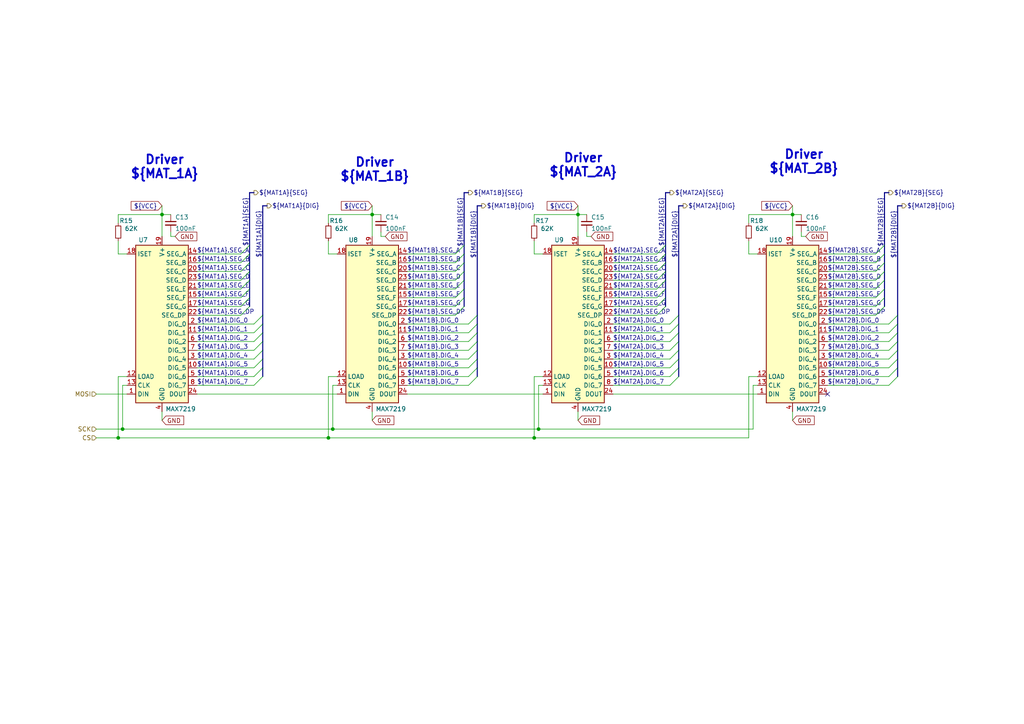
<source format=kicad_sch>
(kicad_sch (version 20250114) (generator "eeschema") (generator_version "9.0")
  (paper "A4")
  (title_block (title "Kitchen_Timer - ${SHEETNAME}") (date "2025-01-25") (rev "v01") (comment 2 "creativecommons.org/licences/4.0/") (comment 3 "Licence: CC BY 4.0") (comment 4 "Author: Nicolas Perozzi"))
  (lib_symbols
    (symbol "Device:C_Small" (pin_numbers (hide yes)) (pin_names (offset 0.254) (hide yes))
      (property "Reference" "C" (at 0.254 1.778 0))
      (property "Value" "C_Small" (at 0.254 -2.032 0))
      (symbol "C_Small_0_1"
        (polyline (pts (xy -1.524 0.508) (xy 1.524 0.508)) (stroke (width 0.3048)))
        (polyline (pts (xy -1.524 -0.508) (xy 1.524 -0.508)) (stroke (width 0.3302)))
      )
      (symbol "C_Small_1_1"
        (pin passive line (at 0 2.54 270) (length 2.032) (name "~") (number "1"))
        (pin passive line (at 0 -2.54 90) (length 2.032) (name "~") (number "2"))
      )
    )
    (symbol "Device:R_Small" (pin_numbers (hide yes)) (pin_names (offset 0.254) (hide yes))
      (property "Reference" "R" (at 0.762 0.508 0))
      (property "Value" "R_Small" (at 0.762 -1.016 0))
      (symbol "R_Small_0_1"
        (rectangle (start -0.762 1.778) (end 0.762 -1.778) (stroke (width 0.2032)))
      )
      (symbol "R_Small_1_1"
        (pin passive line (at 0 2.54 270) (length 0.762) (name "~") (number "1"))
        (pin passive line (at 0 -2.54 90) (length 0.762) (name "~") (number "2"))
      )
    )
    (symbol "Driver_LED:MAX7219"
      (property "Reference" "U" (at -6.35 24.13 0))
      (property "Value" "MAX7219" (at 1.27 25.4 0))
      (symbol "MAX7219_0_1"
        (rectangle (start -7.62 22.86) (end 7.62 -22.86) (stroke (width 0.254)) (fill (type background)))
      )
      (symbol "MAX7219_1_1"
        (pin input line (at -10.16 20.32 0) (length 2.54) (name "ISET") (number "18"))
        (pin input line (at -10.16 -15.24 0) (length 2.54) (name "LOAD") (number "12"))
        (pin input line (at -10.16 -17.78 0) (length 2.54) (name "CLK") (number "13"))
        (pin input line (at -10.16 -20.32 0) (length 2.54) (name "DIN") (number "1"))
        (pin power_in line (at 0 25.4 270) (length 2.54) (name "V+") (number "19"))
        (pin power_in line (at 0 -25.4 90) (length 2.54) (name "GND") (number "4"))
        (pin passive line (at 0 -25.4 90) (length 2.54) (hide yes) (name "GND") (number "9"))
        (pin output line (at 10.16 20.32 180) (length 2.54) (name "SEG_A") (number "14"))
        (pin output line (at 10.16 17.78 180) (length 2.54) (name "SEG_B") (number "16"))
        (pin output line (at 10.16 15.24 180) (length 2.54) (name "SEG_C") (number "20"))
        (pin output line (at 10.16 12.7 180) (length 2.54) (name "SEG_D") (number "23"))
        (pin output line (at 10.16 10.16 180) (length 2.54) (name "SEG_E") (number "21"))
        (pin output line (at 10.16 7.62 180) (length 2.54) (name "SEG_F") (number "15"))
        (pin output line (at 10.16 5.08 180) (length 2.54) (name "SEG_G") (number "17"))
        (pin output line (at 10.16 2.54 180) (length 2.54) (name "SEG_DP") (number "22"))
        (pin output line (at 10.16 0 180) (length 2.54) (name "DIG_0") (number "2"))
        (pin output line (at 10.16 -2.54 180) (length 2.54) (name "DIG_1") (number "11"))
        (pin output line (at 10.16 -5.08 180) (length 2.54) (name "DIG_2") (number "6"))
        (pin output line (at 10.16 -7.62 180) (length 2.54) (name "DIG_3") (number "7"))
        (pin output line (at 10.16 -10.16 180) (length 2.54) (name "DIG_4") (number "3"))
        (pin output line (at 10.16 -12.7 180) (length 2.54) (name "DIG_5") (number "10"))
        (pin output line (at 10.16 -15.24 180) (length 2.54) (name "DIG_6") (number "5"))
        (pin output line (at 10.16 -17.78 180) (length 2.54) (name "DIG_7") (number "8"))
        (pin output line (at 10.16 -20.32 180) (length 2.54) (name "DOUT") (number "24"))
      )
    )
  )
  (bus_alias "DIG" (members "DIG_0" "DIG_1" "DIG_2" "DIG_3" "DIG_4" "DIG_5" "DIG_6" "DIG_7"))
  (bus_alias "SEG" (members "SEG_DP" "SEG_A" "SEG_B" "SEG_C" "SEG_D" "SEG_E" "SEG_F" "SEG_G"))
  (text "Driver\n${MAT_2B}\n" (at 233.172 46.99 0) (effects (font (size 2.54 2.54) (thickness 0.508) (bold yes))))
  (text "Driver\n${MAT_1B}" (at 108.712 49.276 0) (effects (font (size 2.54 2.54) (thickness 0.508) (bold yes))))
  (text "${SHEETNAME}" (at 18.542 23.876 0) (effects (font (size 3.81 3.81) (thickness 0.762) (bold yes)) (justify left)))
  (text "Driver\n${MAT_1A}" (at 47.752 48.514 0) (effects (font (size 2.54 2.54) (thickness 0.508) (bold yes))))
  (text "Driver\n${MAT_2A}" (at 169.164 48.006 0) (effects (font (size 2.54 2.54) (thickness 0.508) (bold yes))))
  (junction (at 35.56 124.46))
  (junction (at 95.25 127))
  (junction (at 154.94 127))
  (junction (at 96.52 124.46))
  (junction (at 156.21 124.46))
  (junction (at 167.64 62.23))
  (junction (at 34.29 127))
  (junction (at 107.95 62.23))
  (junction (at 46.99 62.23))
  (junction (at 229.87 62.23))
  (no_connect (at 240.03 114.3))
  (bus_entry (at 76.2 99.06) (size -2.54 2.54))
  (bus_entry (at 196.85 106.68) (size -2.54 2.54))
  (bus_entry (at 76.2 106.68) (size -2.54 2.54))
  (bus_entry (at 76.2 104.14) (size -2.54 2.54))
  (bus_entry (at 72.39 78.74) (size -2.54 2.54))
  (bus_entry (at 134.62 83.82) (size -2.54 2.54))
  (bus_entry (at 72.39 83.82) (size -2.54 2.54))
  (bus_entry (at 72.39 73.66) (size -2.54 2.54))
  (bus_entry (at 72.39 76.2) (size -2.54 2.54))
  (bus_entry (at 134.62 78.74) (size -2.54 2.54))
  (bus_entry (at 76.2 93.98) (size -2.54 2.54))
  (bus_entry (at 256.54 88.9) (size -2.54 2.54))
  (bus_entry (at 260.35 93.98) (size -2.54 2.54))
  (bus_entry (at 72.39 88.9) (size -2.54 2.54))
  (bus_entry (at 196.85 109.22) (size -2.54 2.54))
  (bus_entry (at 256.54 73.66) (size -2.54 2.54))
  (bus_entry (at 256.54 86.36) (size -2.54 2.54))
  (bus_entry (at 260.35 96.52) (size -2.54 2.54))
  (bus_entry (at 260.35 91.44) (size -2.54 2.54))
  (bus_entry (at 138.43 96.52) (size -2.54 2.54))
  (bus_entry (at 193.04 76.2) (size -2.54 2.54))
  (bus_entry (at 134.62 71.12) (size -2.54 2.54))
  (bus_entry (at 138.43 91.44) (size -2.54 2.54))
  (bus_entry (at 138.43 93.98) (size -2.54 2.54))
  (bus_entry (at 193.04 88.9) (size -2.54 2.54))
  (bus_entry (at 193.04 78.74) (size -2.54 2.54))
  (bus_entry (at 260.35 104.14) (size -2.54 2.54))
  (bus_entry (at 193.04 81.28) (size -2.54 2.54))
  (bus_entry (at 256.54 83.82) (size -2.54 2.54))
  (bus_entry (at 138.43 106.68) (size -2.54 2.54))
  (bus_entry (at 256.54 81.28) (size -2.54 2.54))
  (bus_entry (at 256.54 71.12) (size -2.54 2.54))
  (bus_entry (at 134.62 76.2) (size -2.54 2.54))
  (bus_entry (at 138.43 104.14) (size -2.54 2.54))
  (bus_entry (at 134.62 88.9) (size -2.54 2.54))
  (bus_entry (at 260.35 99.06) (size -2.54 2.54))
  (bus_entry (at 134.62 81.28) (size -2.54 2.54))
  (bus_entry (at 134.62 86.36) (size -2.54 2.54))
  (bus_entry (at 138.43 101.6) (size -2.54 2.54))
  (bus_entry (at 138.43 109.22) (size -2.54 2.54))
  (bus_entry (at 193.04 86.36) (size -2.54 2.54))
  (bus_entry (at 260.35 106.68) (size -2.54 2.54))
  (bus_entry (at 134.62 73.66) (size -2.54 2.54))
  (bus_entry (at 193.04 71.12) (size -2.54 2.54))
  (bus_entry (at 196.85 93.98) (size -2.54 2.54))
  (bus_entry (at 72.39 86.36) (size -2.54 2.54))
  (bus_entry (at 76.2 109.22) (size -2.54 2.54))
  (bus_entry (at 193.04 73.66) (size -2.54 2.54))
  (bus_entry (at 256.54 78.74) (size -2.54 2.54))
  (bus_entry (at 196.85 96.52) (size -2.54 2.54))
  (bus_entry (at 196.85 101.6) (size -2.54 2.54))
  (bus_entry (at 76.2 101.6) (size -2.54 2.54))
  (bus_entry (at 260.35 101.6) (size -2.54 2.54))
  (bus_entry (at 196.85 99.06) (size -2.54 2.54))
  (bus_entry (at 260.35 109.22) (size -2.54 2.54))
  (bus_entry (at 76.2 91.44) (size -2.54 2.54))
  (bus_entry (at 196.85 91.44) (size -2.54 2.54))
  (bus_entry (at 193.04 83.82) (size -2.54 2.54))
  (bus_entry (at 72.39 81.28) (size -2.54 2.54))
  (bus_entry (at 196.85 104.14) (size -2.54 2.54))
  (bus_entry (at 76.2 96.52) (size -2.54 2.54))
  (bus_entry (at 72.39 71.12) (size -2.54 2.54))
  (bus_entry (at 138.43 99.06) (size -2.54 2.54))
  (bus_entry (at 256.54 76.2) (size -2.54 2.54))
  (wire (pts (xy 69.85 83.82) (xy 57.15 83.82)))
  (wire (pts (xy 190.5 83.82) (xy 177.8 83.82)))
  (bus (pts (xy 134.62 83.82) (xy 134.62 86.36)))
  (wire (pts (xy 232.41 68.58) (xy 233.68 68.58)))
  (wire (pts (xy 167.64 62.23) (xy 167.64 68.58)))
  (wire (pts (xy 217.17 62.23) (xy 229.87 62.23)))
  (wire (pts (xy 240.03 109.22) (xy 257.81 109.22)))
  (bus (pts (xy 193.04 86.36) (xy 193.04 88.9)))
  (wire (pts (xy 177.8 101.6) (xy 194.31 101.6)))
  (wire (pts (xy 156.21 111.76) (xy 156.21 124.46)))
  (bus (pts (xy 196.85 101.6) (xy 196.85 104.14)))
  (bus (pts (xy 260.35 104.14) (xy 260.35 106.68)))
  (wire (pts (xy 57.15 91.44) (xy 69.85 91.44)))
  (wire (pts (xy 35.56 111.76) (xy 36.83 111.76)))
  (bus (pts (xy 256.54 76.2) (xy 256.54 78.74)))
  (wire (pts (xy 177.8 96.52) (xy 194.31 96.52)))
  (bus (pts (xy 134.62 78.74) (xy 134.62 81.28)))
  (bus (pts (xy 193.04 81.28) (xy 193.04 83.82)))
  (bus (pts (xy 196.85 91.44) (xy 196.85 93.98)))
  (bus (pts (xy 76.2 101.6) (xy 76.2 104.14)))
  (wire (pts (xy 69.85 76.2) (xy 57.15 76.2)))
  (wire (pts (xy 218.44 124.46) (xy 218.44 111.76)))
  (bus (pts (xy 76.2 91.44) (xy 76.2 93.98)))
  (wire (pts (xy 95.25 127) (xy 95.25 109.22)))
  (wire (pts (xy 177.8 91.44) (xy 190.5 91.44)))
  (wire (pts (xy 254 73.66) (xy 240.03 73.66)))
  (bus (pts (xy 198.12 59.69) (xy 196.85 59.69)))
  (wire (pts (xy 217.17 127) (xy 217.17 109.22)))
  (wire (pts (xy 34.29 127) (xy 95.25 127)))
  (bus (pts (xy 138.43 91.44) (xy 138.43 93.98)))
  (wire (pts (xy 35.56 124.46) (xy 96.52 124.46)))
  (bus (pts (xy 261.62 59.69) (xy 260.35 59.69)))
  (wire (pts (xy 240.03 81.28) (xy 254 81.28)))
  (bus (pts (xy 76.2 93.98) (xy 76.2 96.52)))
  (bus (pts (xy 134.62 71.12) (xy 134.62 73.66)))
  (wire (pts (xy 177.8 93.98) (xy 194.31 93.98)))
  (wire (pts (xy 57.15 106.68) (xy 73.66 106.68)))
  (wire (pts (xy 240.03 88.9) (xy 254 88.9)))
  (wire (pts (xy 229.87 59.69) (xy 229.87 62.23)))
  (wire (pts (xy 240.03 104.14) (xy 257.81 104.14)))
  (wire (pts (xy 34.29 127) (xy 34.29 109.22)))
  (wire (pts (xy 107.95 62.23) (xy 107.95 68.58)))
  (wire (pts (xy 240.03 111.76) (xy 257.81 111.76)))
  (wire (pts (xy 96.52 111.76) (xy 97.79 111.76)))
  (wire (pts (xy 217.17 109.22) (xy 219.71 109.22)))
  (bus (pts (xy 72.39 83.82) (xy 72.39 86.36)))
  (wire (pts (xy 57.15 96.52) (xy 73.66 96.52)))
  (wire (pts (xy 190.5 76.2) (xy 177.8 76.2)))
  (wire (pts (xy 27.94 127) (xy 34.29 127)))
  (wire (pts (xy 49.53 68.58) (xy 50.8 68.58)))
  (wire (pts (xy 118.11 96.52) (xy 135.89 96.52)))
  (bus (pts (xy 135.89 55.88) (xy 134.62 55.88)))
  (wire (pts (xy 254 76.2) (xy 240.03 76.2)))
  (wire (pts (xy 232.41 68.58) (xy 232.41 67.31)))
  (wire (pts (xy 107.95 59.69) (xy 107.95 62.23)))
  (wire (pts (xy 118.11 99.06) (xy 135.89 99.06)))
  (bus (pts (xy 72.39 55.88) (xy 72.39 71.12)))
  (wire (pts (xy 69.85 73.66) (xy 57.15 73.66)))
  (bus (pts (xy 77.47 59.69) (xy 76.2 59.69)))
  (wire (pts (xy 154.94 69.85) (xy 154.94 73.66)))
  (bus (pts (xy 138.43 104.14) (xy 138.43 106.68)))
  (wire (pts (xy 240.03 78.74) (xy 254 78.74)))
  (wire (pts (xy 177.8 99.06) (xy 194.31 99.06)))
  (wire (pts (xy 118.11 111.76) (xy 135.89 111.76)))
  (bus (pts (xy 139.7 59.69) (xy 138.43 59.69)))
  (bus (pts (xy 256.54 86.36) (xy 256.54 88.9)))
  (bus (pts (xy 193.04 73.66) (xy 193.04 76.2)))
  (bus (pts (xy 196.85 99.06) (xy 196.85 101.6)))
  (wire (pts (xy 57.15 78.74) (xy 69.85 78.74)))
  (wire (pts (xy 57.15 109.22) (xy 73.66 109.22)))
  (wire (pts (xy 57.15 101.6) (xy 73.66 101.6)))
  (wire (pts (xy 190.5 86.36) (xy 177.8 86.36)))
  (bus (pts (xy 256.54 55.88) (xy 256.54 71.12)))
  (wire (pts (xy 34.29 73.66) (xy 36.83 73.66)))
  (bus (pts (xy 193.04 83.82) (xy 193.04 86.36)))
  (bus (pts (xy 72.39 71.12) (xy 72.39 73.66)))
  (wire (pts (xy 57.15 114.3) (xy 97.79 114.3)))
  (bus (pts (xy 193.04 78.74) (xy 193.04 81.28)))
  (wire (pts (xy 57.15 104.14) (xy 73.66 104.14)))
  (bus (pts (xy 196.85 106.68) (xy 196.85 109.22)))
  (wire (pts (xy 190.5 73.66) (xy 177.8 73.66)))
  (wire (pts (xy 132.08 76.2) (xy 118.11 76.2)))
  (wire (pts (xy 154.94 62.23) (xy 167.64 62.23)))
  (bus (pts (xy 76.2 106.68) (xy 76.2 109.22)))
  (wire (pts (xy 118.11 78.74) (xy 132.08 78.74)))
  (wire (pts (xy 46.99 121.92) (xy 46.99 119.38)))
  (wire (pts (xy 229.87 119.38) (xy 229.87 121.92)))
  (wire (pts (xy 170.18 68.58) (xy 171.45 68.58)))
  (wire (pts (xy 118.11 106.68) (xy 135.89 106.68)))
  (wire (pts (xy 57.15 88.9) (xy 69.85 88.9)))
  (bus (pts (xy 260.35 91.44) (xy 260.35 93.98)))
  (wire (pts (xy 154.94 73.66) (xy 157.48 73.66)))
  (wire (pts (xy 240.03 96.52) (xy 257.81 96.52)))
  (wire (pts (xy 177.8 81.28) (xy 190.5 81.28)))
  (wire (pts (xy 34.29 62.23) (xy 46.99 62.23)))
  (bus (pts (xy 196.85 96.52) (xy 196.85 99.06)))
  (wire (pts (xy 177.8 78.74) (xy 190.5 78.74)))
  (wire (pts (xy 118.11 109.22) (xy 135.89 109.22)))
  (wire (pts (xy 34.29 62.23) (xy 34.29 64.77)))
  (wire (pts (xy 118.11 104.14) (xy 135.89 104.14)))
  (wire (pts (xy 154.94 109.22) (xy 154.94 127)))
  (bus (pts (xy 138.43 99.06) (xy 138.43 101.6)))
  (bus (pts (xy 134.62 86.36) (xy 134.62 88.9)))
  (wire (pts (xy 170.18 62.23) (xy 167.64 62.23)))
  (bus (pts (xy 260.35 59.69) (xy 260.35 91.44)))
  (bus (pts (xy 72.39 55.88) (xy 73.66 55.88)))
  (bus (pts (xy 138.43 93.98) (xy 138.43 96.52)))
  (bus (pts (xy 76.2 59.69) (xy 76.2 91.44)))
  (wire (pts (xy 34.29 69.85) (xy 34.29 73.66)))
  (wire (pts (xy 240.03 99.06) (xy 257.81 99.06)))
  (wire (pts (xy 34.29 109.22) (xy 36.83 109.22)))
  (bus (pts (xy 134.62 73.66) (xy 134.62 76.2)))
  (wire (pts (xy 229.87 62.23) (xy 229.87 68.58)))
  (bus (pts (xy 256.54 73.66) (xy 256.54 76.2)))
  (bus (pts (xy 76.2 99.06) (xy 76.2 101.6)))
  (wire (pts (xy 217.17 62.23) (xy 217.17 64.77)))
  (wire (pts (xy 118.11 91.44) (xy 132.08 91.44)))
  (wire (pts (xy 218.44 111.76) (xy 219.71 111.76)))
  (wire (pts (xy 49.53 62.23) (xy 46.99 62.23)))
  (wire (pts (xy 46.99 62.23) (xy 46.99 68.58)))
  (wire (pts (xy 118.11 88.9) (xy 132.08 88.9)))
  (bus (pts (xy 256.54 81.28) (xy 256.54 83.82)))
  (bus (pts (xy 193.04 71.12) (xy 193.04 73.66)))
  (wire (pts (xy 240.03 91.44) (xy 254 91.44)))
  (wire (pts (xy 27.94 124.46) (xy 35.56 124.46)))
  (bus (pts (xy 72.39 76.2) (xy 72.39 78.74)))
  (wire (pts (xy 240.03 93.98) (xy 257.81 93.98)))
  (wire (pts (xy 46.99 59.69) (xy 46.99 62.23)))
  (wire (pts (xy 107.95 119.38) (xy 107.95 121.92)))
  (wire (pts (xy 118.11 114.3) (xy 157.48 114.3)))
  (wire (pts (xy 27.94 114.3) (xy 36.83 114.3)))
  (bus (pts (xy 260.35 99.06) (xy 260.35 101.6)))
  (bus (pts (xy 256.54 83.82) (xy 256.54 86.36)))
  (wire (pts (xy 132.08 83.82) (xy 118.11 83.82)))
  (wire (pts (xy 254 83.82) (xy 240.03 83.82)))
  (wire (pts (xy 95.25 109.22) (xy 97.79 109.22)))
  (wire (pts (xy 95.25 73.66) (xy 97.79 73.66)))
  (bus (pts (xy 260.35 101.6) (xy 260.35 104.14)))
  (wire (pts (xy 110.49 68.58) (xy 110.49 67.31)))
  (wire (pts (xy 95.25 127) (xy 154.94 127)))
  (bus (pts (xy 256.54 71.12) (xy 256.54 73.66)))
  (wire (pts (xy 110.49 62.23) (xy 107.95 62.23)))
  (bus (pts (xy 72.39 73.66) (xy 72.39 76.2)))
  (bus (pts (xy 138.43 106.68) (xy 138.43 109.22)))
  (wire (pts (xy 73.66 93.98) (xy 57.15 93.98)))
  (wire (pts (xy 95.25 69.85) (xy 95.25 73.66)))
  (wire (pts (xy 96.52 124.46) (xy 156.21 124.46)))
  (wire (pts (xy 177.8 109.22) (xy 194.31 109.22)))
  (wire (pts (xy 154.94 62.23) (xy 154.94 64.77)))
  (bus (pts (xy 260.35 106.68) (xy 260.35 109.22)))
  (bus (pts (xy 257.81 55.88) (xy 256.54 55.88)))
  (wire (pts (xy 69.85 86.36) (xy 57.15 86.36)))
  (wire (pts (xy 57.15 111.76) (xy 73.66 111.76)))
  (wire (pts (xy 154.94 127) (xy 217.17 127)))
  (bus (pts (xy 138.43 101.6) (xy 138.43 104.14)))
  (bus (pts (xy 134.62 76.2) (xy 134.62 78.74)))
  (wire (pts (xy 217.17 73.66) (xy 219.71 73.66)))
  (wire (pts (xy 177.8 111.76) (xy 194.31 111.76)))
  (bus (pts (xy 196.85 93.98) (xy 196.85 96.52)))
  (wire (pts (xy 95.25 62.23) (xy 107.95 62.23)))
  (wire (pts (xy 232.41 62.23) (xy 229.87 62.23)))
  (wire (pts (xy 177.8 106.68) (xy 194.31 106.68)))
  (wire (pts (xy 35.56 124.46) (xy 35.56 111.76)))
  (wire (pts (xy 156.21 124.46) (xy 218.44 124.46)))
  (bus (pts (xy 196.85 59.69) (xy 196.85 91.44)))
  (bus (pts (xy 194.31 55.88) (xy 193.04 55.88)))
  (bus (pts (xy 72.39 86.36) (xy 72.39 88.9)))
  (wire (pts (xy 132.08 86.36) (xy 118.11 86.36)))
  (bus (pts (xy 72.39 78.74) (xy 72.39 81.28)))
  (bus (pts (xy 193.04 76.2) (xy 193.04 78.74)))
  (wire (pts (xy 95.25 62.23) (xy 95.25 64.77)))
  (bus (pts (xy 134.62 55.88) (xy 134.62 71.12)))
  (bus (pts (xy 256.54 78.74) (xy 256.54 81.28)))
  (bus (pts (xy 72.39 81.28) (xy 72.39 83.82)))
  (bus (pts (xy 260.35 93.98) (xy 260.35 96.52)))
  (wire (pts (xy 177.8 88.9) (xy 190.5 88.9)))
  (bus (pts (xy 138.43 96.52) (xy 138.43 99.06)))
  (wire (pts (xy 154.94 109.22) (xy 157.48 109.22)))
  (wire (pts (xy 49.53 68.58) (xy 49.53 67.31)))
  (wire (pts (xy 170.18 68.58) (xy 170.18 67.31)))
  (wire (pts (xy 254 86.36) (xy 240.03 86.36)))
  (bus (pts (xy 76.2 104.14) (xy 76.2 106.68)))
  (wire (pts (xy 96.52 124.46) (xy 96.52 111.76)))
  (bus (pts (xy 260.35 96.52) (xy 260.35 99.06)))
  (wire (pts (xy 167.64 59.69) (xy 167.64 62.23)))
  (wire (pts (xy 240.03 106.68) (xy 257.81 106.68)))
  (wire (pts (xy 240.03 101.6) (xy 257.81 101.6)))
  (wire (pts (xy 217.17 69.85) (xy 217.17 73.66)))
  (bus (pts (xy 76.2 96.52) (xy 76.2 99.06)))
  (wire (pts (xy 118.11 81.28) (xy 132.08 81.28)))
  (wire (pts (xy 132.08 73.66) (xy 118.11 73.66)))
  (bus (pts (xy 138.43 59.69) (xy 138.43 91.44)))
  (wire (pts (xy 177.8 104.14) (xy 194.31 104.14)))
  (wire (pts (xy 156.21 111.76) (xy 157.48 111.76)))
  (bus (pts (xy 193.04 55.88) (xy 193.04 71.12)))
  (wire (pts (xy 118.11 93.98) (xy 135.89 93.98)))
  (wire (pts (xy 219.71 114.3) (xy 177.8 114.3)))
  (wire (pts (xy 118.11 101.6) (xy 135.89 101.6)))
  (wire (pts (xy 110.49 68.58) (xy 111.76 68.58)))
  (wire (pts (xy 167.64 119.38) (xy 167.64 121.92)))
  (wire (pts (xy 57.15 99.06) (xy 73.66 99.06)))
  (bus (pts (xy 196.85 104.14) (xy 196.85 106.68)))
  (bus (pts (xy 134.62 81.28) (xy 134.62 83.82)))
  (wire (pts (xy 57.15 81.28) (xy 69.85 81.28)))
  (label "${MAT1B}.DIG_7" (at 118.11 111.76 0))
  (label "${MAT2B}.DIG_7" (at 240.03 111.76 0))
  (label "${MAT1B}{SEG}" (at 134.62 57.15 270))
  (label "${MAT1B}.SEG_C" (at 118.11 78.74 0))
  (label "${MAT2B}.DIG_1" (at 240.03 96.52 0))
  (label "${MAT2A}.DIG_4" (at 177.8 104.14 0))
  (label "${MAT1B}.DIG_6" (at 118.11 109.22 0))
  (label "${MAT1A}{SEG}" (at 72.39 57.15 270))
  (label "${MAT1B}.DIG_1" (at 118.11 96.52 0))
  (label "${MAT2A}.SEG_E" (at 177.8 83.82 0))
  (label "${MAT2B}.DIG_3" (at 240.03 101.6 0))
  (label "${MAT1A}.DIG_1" (at 57.15 96.52 0))
  (label "${MAT2B}.SEG_G" (at 240.03 88.9 0))
  (label "${MAT1A}.DIG_2" (at 57.15 99.06 0))
  (label "${MAT2A}.DIG_6" (at 177.8 109.22 0))
  (label "${MAT2A}.DIG_3" (at 177.8 101.6 0))
  (label "${MAT1A}.DIG_0" (at 57.15 93.98 0))
  (label "${MAT2A}.DIG_2" (at 177.8 99.06 0))
  (label "${MAT2B}.DIG_5" (at 240.03 106.68 0))
  (label "${MAT2A}.DIG_5" (at 177.8 106.68 0))
  (label "${MAT2A}.SEG_F" (at 177.8 86.36 0))
  (label "${MAT2B}.SEG_F" (at 240.03 86.36 0))
  (label "${MAT1A}.DIG_7" (at 57.15 111.76 0))
  (label "${MAT2B}{DIG}" (at 260.35 60.96 270))
  (label "${MAT1B}.SEG_G" (at 118.11 88.9 0))
  (label "${MAT1A}.SEG_D" (at 57.15 81.28 0))
  (label "${MAT1A}.DIG_5" (at 57.15 106.68 0))
  (label "${MAT2A}.DIG_1" (at 177.8 96.52 0))
  (label "${MAT1A}.DIG_3" (at 57.15 101.6 0))
  (label "${MAT1B}.SEG_E" (at 118.11 83.82 0))
  (label "${MAT2B}.SEG_E" (at 240.03 83.82 0))
  (label "${MAT2A}.DIG_0" (at 177.8 93.98 0))
  (label "${MAT2B}.SEG_DP" (at 240.03 91.44 0))
  (label "${MAT1B}.DIG_4" (at 118.11 104.14 0))
  (label "${MAT2B}{SEG}" (at 256.54 57.15 270))
  (label "${MAT2A}.SEG_C" (at 177.8 78.74 0))
  (label "${MAT1B}.DIG_2" (at 118.11 99.06 0))
  (label "${MAT1A}.SEG_DP" (at 57.15 91.44 0))
  (label "${MAT1A}.SEG_F" (at 57.15 86.36 0))
  (label "${MAT2B}.DIG_6" (at 240.03 109.22 0))
  (label "${MAT2B}.SEG_A" (at 240.03 73.66 0))
  (label "${MAT2A}{SEG}" (at 193.04 57.15 270))
  (label "${MAT2A}.SEG_A" (at 177.8 73.66 0))
  (label "${MAT1A}{DIG}" (at 76.2 60.96 270))
  (label "${MAT2A}.SEG_D" (at 177.8 81.28 0))
  (label "${MAT1B}.SEG_DP" (at 118.11 91.44 0))
  (label "${MAT1B}.DIG_5" (at 118.11 106.68 0))
  (label "${MAT1B}{DIG}" (at 138.43 60.96 270))
  (label "${MAT2A}.SEG_B" (at 177.8 76.2 0))
  (label "${MAT2B}.DIG_2" (at 240.03 99.06 0))
  (label "${MAT2A}.SEG_G" (at 177.8 88.9 0))
  (label "${MAT1A}.DIG_6" (at 57.15 109.22 0))
  (label "${MAT1B}.SEG_D" (at 118.11 81.28 0))
  (label "${MAT2B}.DIG_4" (at 240.03 104.14 0))
  (label "${MAT1A}.SEG_C" (at 57.15 78.74 0))
  (label "${MAT2B}.SEG_C" (at 240.03 78.74 0))
  (label "${MAT1A}.SEG_A" (at 57.15 73.66 0))
  (label "${MAT2A}.SEG_DP" (at 177.8 91.44 0))
  (label "${MAT2B}.SEG_B" (at 240.03 76.2 0))
  (label "${MAT1B}.DIG_3" (at 118.11 101.6 0))
  (label "${MAT2A}.DIG_7" (at 177.8 111.76 0))
  (label "${MAT2A}{DIG}" (at 196.85 60.96 270))
  (label "${MAT1A}.SEG_B" (at 57.15 76.2 0))
  (label "${MAT1B}.SEG_F" (at 118.11 86.36 0))
  (label "${MAT1B}.SEG_A" (at 118.11 73.66 0))
  (label "${MAT1A}.SEG_G" (at 57.15 88.9 0))
  (label "${MAT1B}.DIG_0" (at 118.11 93.98 0))
  (label "${MAT1A}.SEG_E" (at 57.15 83.82 0))
  (label "${MAT2B}.DIG_0" (at 240.03 93.98 0))
  (label "${MAT1A}.DIG_4" (at 57.15 104.14 0))
  (label "${MAT2B}.SEG_D" (at 240.03 81.28 0))
  (label "${MAT1B}.SEG_B" (at 118.11 76.2 0))
  (global_label "${VCC}" (shape input) (at 229.87 59.69 180) (property "Intersheetrefs" "${INTERSHEET_REFS}" (effects (hide yes))))
  (global_label "${VCC}" (shape input) (at 107.95 59.69 180) (property "Intersheetrefs" "${INTERSHEET_REFS}" (effects (hide yes))))
  (global_label "GND" (shape input) (at 46.99 121.92 0) (property "Intersheetrefs" "${INTERSHEET_REFS}" (effects (hide yes))))
  (global_label "${VCC}" (shape input) (at 46.99 59.69 180) (property "Intersheetrefs" "${INTERSHEET_REFS}" (effects (hide yes))))
  (global_label "${VCC}" (shape input) (at 167.64 59.69 180) (property "Intersheetrefs" "${INTERSHEET_REFS}" (effects (hide yes))))
  (global_label "GND" (shape input) (at 171.45 68.58 0) (property "Intersheetrefs" "${INTERSHEET_REFS}" (effects (hide yes))))
  (global_label "GND" (shape input) (at 111.76 68.58 0) (property "Intersheetrefs" "${INTERSHEET_REFS}" (effects (hide yes))))
  (global_label "GND" (shape input) (at 229.87 121.92 0) (property "Intersheetrefs" "${INTERSHEET_REFS}" (effects (hide yes))))
  (global_label "GND" (shape input) (at 50.8 68.58 0) (property "Intersheetrefs" "${INTERSHEET_REFS}" (effects (hide yes))))
  (global_label "GND" (shape input) (at 167.64 121.92 0) (property "Intersheetrefs" "${INTERSHEET_REFS}" (effects (hide yes))))
  (global_label "GND" (shape input) (at 233.68 68.58 0) (property "Intersheetrefs" "${INTERSHEET_REFS}" (effects (hide yes))))
  (global_label "GND" (shape input) (at 107.95 121.92 0) (property "Intersheetrefs" "${INTERSHEET_REFS}" (effects (hide yes))))
  (hierarchical_label "${MAT1B}{DIG}" (shape output) (at 139.7 59.69 0))
  (hierarchical_label "${MAT2A}{SEG}" (shape output) (at 194.31 55.88 0))
  (hierarchical_label "${MAT2B}{DIG}" (shape output) (at 261.62 59.69 0))
  (hierarchical_label "${MAT1A}{DIG}" (shape output) (at 77.47 59.69 0))
  (hierarchical_label "${MAT1B}{SEG}" (shape output) (at 135.89 55.88 0))
  (hierarchical_label "MOSI" (shape input) (at 27.94 114.3 180))
  (hierarchical_label "${MAT1A}{SEG}" (shape output) (at 73.66 55.88 0))
  (hierarchical_label "SCK" (shape input) (at 27.94 124.46 180))
  (hierarchical_label "${MAT2B}{SEG}" (shape output) (at 257.81 55.88 0))
  (hierarchical_label "CS" (shape input) (at 27.94 127 180))
  (hierarchical_label "${MAT2A}{DIG}" (shape output) (at 198.12 59.69 0))
  (symbol (lib_id "Driver_LED:MAX7219") (at 107.95 93.98 0) (unit 1)
    (property "Reference" "U8" (at 101.092 69.596 0) (effects (justify left)))
    (property "Value" "MAX7219" (at 108.966 118.618 0) (effects (justify left)))
    (property "Footprint" "Package_SO:SOIC-24W_7.5x15.4mm_P1.27mm" (effects (hide yes)))
    (property "Datasheet" "https://www.lcsc.com/datasheet/lcsc_datasheet_1809191941_Analog-Devices-Inc--Maxim-Integrated-MAX7219CWG-T_C9964.pdf" (effects (hide yes)))
    (property "Description" "8-Digit LED Display Driver" (effects (hide yes)))
    (property "Package" "SOIC-24-300mil" (effects (hide yes)))
    (property "Supplier Link" "https://jlcpcb.com/partdetail/10499-MAX7219CWGT/C9964" (effects (hide yes)))
    (property "Supplier Name" "JLCPCB" (effects (hide yes)))
    (property "Manuf. Part #" "MAX7219CWG+T" (effects (hide yes)))
    (property "Supplier Unit Price" " $3.0975" (effects (hide yes)))
    (property "Manuf. Name" "Analog Devices Inc./Maxim Integrated" (effects (hide yes)))
    (property "Supplier Part #" "C9964" (effects (hide yes)))
  )
  (symbol (lib_id "Device:R_Small") (at 154.94 67.31 0) (unit 1)
    (property "Reference" "R17" (at 157.226 64.008 0))
    (property "Value" "62K" (at 158.75 66.294 0))
    (property "Footprint" "Resistor_SMD:R_0805_2012Metric_Pad1.20x1.40mm_HandSolder" (effects (hide yes)))
    (property "Datasheet" "https://jlcpcb.com/api/file/downloadByFileSystemAccessId/8579706640544813056" (effects (hide yes)))
    (property "Description" "62k, 0805" (effects (hide yes)))
    (property "Package" "0805" (effects (hide yes)))
    (property "Supplier Link" "https://jlcpcb.com/partdetail/18471-0805W8F6202T5E/C17783" (effects (hide yes)))
    (property "Supplier Name" "JLCPCB" (effects (hide yes)))
    (property "Manuf. Part #" "0805W8F6202T5E" (effects (hide yes)))
    (property "Supplier Unit Price" " $0.0019" (effects (hide yes)))
    (property "Manuf. Name" "UNI-ROYAL(Uniroyal Elec)" (effects (hide yes)))
    (property "Supplier Part #" "C17783" (effects (hide yes)))
  )
  (symbol (lib_id "Device:R_Small") (at 95.25 67.31 0) (unit 1)
    (property "Reference" "R16" (at 97.536 64.008 0))
    (property "Value" "62K" (at 99.06 66.294 0))
    (property "Footprint" "Resistor_SMD:R_0805_2012Metric_Pad1.20x1.40mm_HandSolder" (effects (hide yes)))
    (property "Datasheet" "https://jlcpcb.com/api/file/downloadByFileSystemAccessId/8579706640544813056" (effects (hide yes)))
    (property "Description" "62k, 0805" (effects (hide yes)))
    (property "Package" "0805" (effects (hide yes)))
    (property "Supplier Link" "https://jlcpcb.com/partdetail/18471-0805W8F6202T5E/C17783" (effects (hide yes)))
    (property "Supplier Name" "JLCPCB" (effects (hide yes)))
    (property "Manuf. Part #" "0805W8F6202T5E" (effects (hide yes)))
    (property "Supplier Unit Price" " $0.0019" (effects (hide yes)))
    (property "Manuf. Name" "UNI-ROYAL(Uniroyal Elec)" (effects (hide yes)))
    (property "Supplier Part #" "C17783" (effects (hide yes)))
  )
  (symbol (lib_id "Driver_LED:MAX7219") (at 229.87 93.98 0) (unit 1)
    (property "Reference" "U10" (at 223.012 69.596 0) (effects (justify left)))
    (property "Value" "MAX7219" (at 230.886 118.618 0) (effects (justify left)))
    (property "Footprint" "Package_SO:SOIC-24W_7.5x15.4mm_P1.27mm" (effects (hide yes)))
    (property "Datasheet" "https://www.lcsc.com/datasheet/lcsc_datasheet_1809191941_Analog-Devices-Inc--Maxim-Integrated-MAX7219CWG-T_C9964.pdf" (effects (hide yes)))
    (property "Description" "8-Digit LED Display Driver" (effects (hide yes)))
    (property "Package" "SOIC-24-300mil" (effects (hide yes)))
    (property "Supplier Link" "https://jlcpcb.com/partdetail/10499-MAX7219CWGT/C9964" (effects (hide yes)))
    (property "Supplier Name" "JLCPCB" (effects (hide yes)))
    (property "Manuf. Part #" "MAX7219CWG+T" (effects (hide yes)))
    (property "Supplier Unit Price" " $3.0975" (effects (hide yes)))
    (property "Manuf. Name" "Analog Devices Inc./Maxim Integrated" (effects (hide yes)))
    (property "Supplier Part #" "C9964" (effects (hide yes)))
  )
  (symbol (lib_id "Device:R_Small") (at 34.29 67.31 0) (unit 1)
    (property "Reference" "R15" (at 36.576 64.008 0))
    (property "Value" "62K" (at 38.1 66.294 0))
    (property "Footprint" "Resistor_SMD:R_0805_2012Metric_Pad1.20x1.40mm_HandSolder" (effects (hide yes)))
    (property "Datasheet" "https://jlcpcb.com/api/file/downloadByFileSystemAccessId/8579706640544813056" (effects (hide yes)))
    (property "Description" "62k, 0805" (effects (hide yes)))
    (property "Supplier Link" "https://jlcpcb.com/partdetail/18471-0805W8F6202T5E/C17783" (effects (hide yes)))
    (property "Package" "0805" (effects (hide yes)))
    (property "Supplier Name" "JLCPCB" (effects (hide yes)))
    (property "Manuf. Part #" "0805W8F6202T5E" (effects (hide yes)))
    (property "Supplier Unit Price" " $0.0019" (effects (hide yes)))
    (property "Manuf. Name" "UNI-ROYAL(Uniroyal Elec)" (effects (hide yes)))
    (property "Supplier Part #" "C17783" (effects (hide yes)))
  )
  (symbol (lib_id "Driver_LED:MAX7219") (at 46.99 93.98 0) (unit 1)
    (property "Reference" "U7" (at 40.132 69.596 0) (effects (justify left)))
    (property "Value" "MAX7219" (at 48.006 118.618 0) (effects (justify left)))
    (property "Footprint" "Package_SO:SOIC-24W_7.5x15.4mm_P1.27mm" (effects (hide yes)))
    (property "Datasheet" "https://www.lcsc.com/datasheet/lcsc_datasheet_1809191941_Analog-Devices-Inc--Maxim-Integrated-MAX7219CWG-T_C9964.pdf" (effects (hide yes)))
    (property "Description" "8-Digit LED Display Driver" (effects (hide yes)))
    (property "Supplier Link" "https://jlcpcb.com/partdetail/10499-MAX7219CWGT/C9964" (effects (hide yes)))
    (property "Package" "SOIC-24-300mil" (effects (hide yes)))
    (property "Supplier Name" "JLCPCB" (effects (hide yes)))
    (property "Manuf. Part #" "MAX7219CWG+T" (effects (hide yes)))
    (property "Supplier Unit Price" " $3.0975" (effects (hide yes)))
    (property "Manuf. Name" "Analog Devices Inc./Maxim Integrated" (effects (hide yes)))
    (property "Supplier Part #" "C9964" (effects (hide yes)))
  )
  (symbol (lib_id "Device:C_Small") (at 232.41 64.77 0) (unit 1)
    (property "Reference" "C16" (at 233.68 62.992 0) (effects (justify left)))
    (property "Value" "100nF" (at 233.68 66.294 0) (effects (justify left)))
    (property "Footprint" "Capacitor_SMD:C_0805_2012Metric_Pad1.18x1.45mm_HandSolder" (effects (hide yes)))
    (property "Datasheet" "https://wmsc.lcsc.com/wmsc/upload/file/pdf/v2/lcsc/2304140030_Murata-Electronics-GRM21BR71H104KA01L_C77082.pdf" (effects (hide yes)))
    (property "Description" "100nF Unpolarized capacitor" (effects (hide yes)))
    (property "Package" "0805" (effects (hide yes)))
    (property "Supplier Link" "https://jlcpcb.com/partdetail/MurataElectronics-GRM21BR71H104KA01L/C77082 " (effects (hide yes)))
    (property "Supplier Name" "JLCPCB" (effects (hide yes)))
    (property "Manuf. Part #" "GRM21BR71H104KA01L" (effects (hide yes)))
    (property "Supplier Unit Price" " $0.0099" (effects (hide yes)))
    (property "Manuf. Name" " Murata Electronics" (effects (hide yes)))
    (property "Supplier Part #" "C77082" (effects (hide yes)))
  )
  (symbol (lib_id "Driver_LED:MAX7219") (at 167.64 93.98 0) (unit 1)
    (property "Reference" "U9" (at 160.782 69.596 0) (effects (justify left)))
    (property "Value" "MAX7219" (at 168.656 118.618 0) (effects (justify left)))
    (property "Footprint" "Package_SO:SOIC-24W_7.5x15.4mm_P1.27mm" (effects (hide yes)))
    (property "Datasheet" "https://www.lcsc.com/datasheet/lcsc_datasheet_1809191941_Analog-Devices-Inc--Maxim-Integrated-MAX7219CWG-T_C9964.pdf" (effects (hide yes)))
    (property "Description" "8-Digit LED Display Driver" (effects (hide yes)))
    (property "Package" "SOIC-24-300mil" (effects (hide yes)))
    (property "Supplier Link" "https://jlcpcb.com/partdetail/10499-MAX7219CWGT/C9964" (effects (hide yes)))
    (property "Supplier Name" "JLCPCB" (effects (hide yes)))
    (property "Manuf. Part #" "MAX7219CWG+T" (effects (hide yes)))
    (property "Supplier Unit Price" " $3.0975" (effects (hide yes)))
    (property "Manuf. Name" "Analog Devices Inc./Maxim Integrated" (effects (hide yes)))
    (property "Supplier Part #" "C9964" (effects (hide yes)))
  )
  (symbol (lib_id "Device:C_Small") (at 170.18 64.77 0) (unit 1)
    (property "Reference" "C15" (at 171.45 62.992 0) (effects (justify left)))
    (property "Value" "100nF" (at 171.45 66.294 0) (effects (justify left)))
    (property "Footprint" "Capacitor_SMD:C_0805_2012Metric_Pad1.18x1.45mm_HandSolder" (effects (hide yes)))
    (property "Datasheet" "https://wmsc.lcsc.com/wmsc/upload/file/pdf/v2/lcsc/2304140030_Murata-Electronics-GRM21BR71H104KA01L_C77082.pdf" (effects (hide yes)))
    (property "Description" "100nF Unpolarized capacitor" (effects (hide yes)))
    (property "Package" "0805" (effects (hide yes)))
    (property "Supplier Link" "https://jlcpcb.com/partdetail/MurataElectronics-GRM21BR71H104KA01L/C77082 " (effects (hide yes)))
    (property "Supplier Name" "JLCPCB" (effects (hide yes)))
    (property "Manuf. Part #" "GRM21BR71H104KA01L" (effects (hide yes)))
    (property "Supplier Unit Price" " $0.0099" (effects (hide yes)))
    (property "Manuf. Name" " Murata Electronics" (effects (hide yes)))
    (property "Supplier Part #" "C77082" (effects (hide yes)))
  )
  (symbol (lib_id "Device:C_Small") (at 110.49 64.77 0) (unit 1)
    (property "Reference" "C14" (at 111.76 62.992 0) (effects (justify left)))
    (property "Value" "100nF" (at 111.76 66.294 0) (effects (justify left)))
    (property "Footprint" "Capacitor_SMD:C_0805_2012Metric_Pad1.18x1.45mm_HandSolder" (effects (hide yes)))
    (property "Datasheet" "https://wmsc.lcsc.com/wmsc/upload/file/pdf/v2/lcsc/2304140030_Murata-Electronics-GRM21BR71H104KA01L_C77082.pdf" (effects (hide yes)))
    (property "Description" "100nF Unpolarized capacitor" (effects (hide yes)))
    (property "Package" "0805" (effects (hide yes)))
    (property "Supplier Link" "https://jlcpcb.com/partdetail/MurataElectronics-GRM21BR71H104KA01L/C77082 " (effects (hide yes)))
    (property "Supplier Name" "JLCPCB" (effects (hide yes)))
    (property "Manuf. Part #" "GRM21BR71H104KA01L" (effects (hide yes)))
    (property "Supplier Unit Price" " $0.0099" (effects (hide yes)))
    (property "Manuf. Name" " Murata Electronics" (effects (hide yes)))
    (property "Supplier Part #" "C77082" (effects (hide yes)))
  )
  (symbol (lib_id "Device:C_Small") (at 49.53 64.77 0) (unit 1)
    (property "Reference" "C13" (at 50.8 62.992 0) (effects (justify left)))
    (property "Value" "100nF" (at 50.8 66.294 0) (effects (justify left)))
    (property "Footprint" "Capacitor_SMD:C_0805_2012Metric_Pad1.18x1.45mm_HandSolder" (effects (hide yes)))
    (property "Datasheet" "https://wmsc.lcsc.com/wmsc/upload/file/pdf/v2/lcsc/2304140030_Murata-Electronics-GRM21BR71H104KA01L_C77082.pdf" (effects (hide yes)))
    (property "Description" "100nF Unpolarized capacitor" (effects (hide yes)))
    (property "Package" "0805" (effects (hide yes)))
    (property "Supplier Link" "https://jlcpcb.com/partdetail/MurataElectronics-GRM21BR71H104KA01L/C77082 " (effects (hide yes)))
    (property "Supplier Name" "JLCPCB" (effects (hide yes)))
    (property "Manuf. Part #" "GRM21BR71H104KA01L" (effects (hide yes)))
    (property "Supplier Unit Price" " $0.0099" (effects (hide yes)))
    (property "Manuf. Name" " Murata Electronics" (effects (hide yes)))
    (property "Supplier Part #" "C77082" (effects (hide yes)))
  )
  (symbol (lib_id "Device:R_Small") (at 217.17 67.31 0) (unit 1)
    (property "Reference" "R18" (at 219.456 64.008 0))
    (property "Value" "62K" (at 220.98 66.294 0))
    (property "Footprint" "Resistor_SMD:R_0805_2012Metric_Pad1.20x1.40mm_HandSolder" (effects (hide yes)))
    (property "Datasheet" "https://jlcpcb.com/api/file/downloadByFileSystemAccessId/8579706640544813056" (effects (hide yes)))
    (property "Description" "62k, 0805" (effects (hide yes)))
    (property "Package" "0805" (effects (hide yes)))
    (property "Supplier Link" "https://jlcpcb.com/partdetail/18471-0805W8F6202T5E/C17783" (effects (hide yes)))
    (property "Supplier Name" "JLCPCB" (effects (hide yes)))
    (property "Manuf. Part #" "0805W8F6202T5E" (effects (hide yes)))
    (property "Supplier Unit Price" " $0.0019" (effects (hide yes)))
    (property "Manuf. Name" "UNI-ROYAL(Uniroyal Elec)" (effects (hide yes)))
    (property "Supplier Part #" "C17783" (effects (hide yes)))
  )
)
</source>
